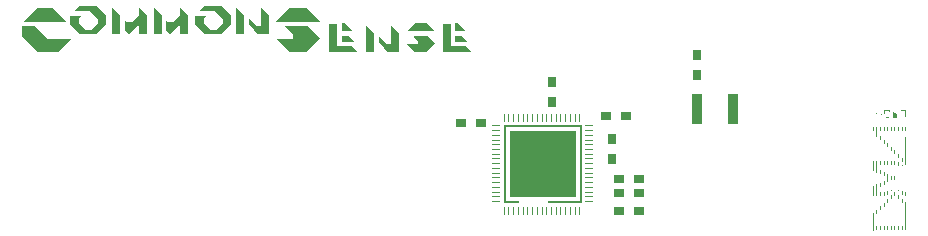
<source format=gbr>
G04 DipTrace 3.0.0.2*
G04 TopPaste.gbr*
%MOIN*%
G04 #@! TF.FileFunction,Paste,Top*
G04 #@! TF.Part,Single*
%AMOUTLINE2*
4,1,15,
-0.079063,-0.126,
-0.079937,-0.129937,
-0.079937,-0.128843,
-0.128843,-0.128843,
-0.128843,0.128843,
0.128843,0.128843,
0.128843,-0.128843,
0.015937,-0.128843,
0.015937,-0.124136,
0.124136,-0.124136,
0.124136,0.124136,
-0.124136,0.124136,
-0.124136,-0.124136,
-0.079937,-0.124136,
-0.079937,-0.122063,
-0.079063,-0.126,
0*%
%AMOUTLINE5*
4,1,4,
0.069373,-0.021707,
-0.069373,-0.021707,
-0.025957,0.021707,
0.025957,0.021707,
0.069373,-0.021707,
0*%
%AMOUTLINE8*
4,1,7,
-0.085145,0.042517,
-0.042568,0.042517,
-0.001473,0.001423,
0.079672,0.001423,
0.035733,-0.042517,
-0.035522,-0.042517,
-0.085236,0.007196,
-0.085145,0.042517,
0*%
%AMOUTLINE11*
4,1,17,
0.008859,-0.034836,
0.032315,-0.011147,
0.032315,0.003941,
0.007798,0.028533,
-0.046152,0.028471,
-0.02716,0.047562,
0.026817,0.047562,
0.058713,0.015665,
0.058902,-0.015258,
0.026402,-0.047562,
-0.0264,-0.047562,
-0.058912,-0.01518,
-0.058912,0.013365,
-0.022033,0.013313,
-0.031403,0.003943,
-0.031403,-0.011156,
-0.0078,-0.034837,
0.008859,-0.034836,
0*%
%AMOUTLINE14*
4,1,4,
-0.01379,0.041994,
0.01379,0.014414,
0.01379,-0.047562,
-0.01379,-0.047562,
-0.01379,0.041994,
0*%
%AMOUTLINE17*
4,1,12,
0.010383,0.041994,
0.037963,0.014414,
0.037963,-0.047562,
0.010383,-0.047562,
0.010383,-0.015981,
-0.021113,-0.047562,
-0.023528,-0.047562,
-0.037963,-0.033187,
-0.037963,0.0009,
-0.030076,-0.007028,
-0.012795,-0.006941,
0.010383,0.016237,
0.010383,0.041994,
0*%
%AMOUTLINE20*
4,1,12,
0.010383,0.041994,
0.037963,0.014414,
0.037963,-0.047562,
0.010383,-0.047562,
0.010383,-0.015981,
-0.021112,-0.047562,
-0.023528,-0.047562,
-0.037963,-0.033187,
-0.037963,0.0009,
-0.030076,-0.007028,
-0.012794,-0.006941,
0.010383,0.016237,
0.010383,0.041994,
0*%
%AMOUTLINE23*
4,1,17,
0.00886,-0.034836,
0.032315,-0.011147,
0.032315,0.003941,
0.007799,0.028533,
-0.046152,0.028471,
-0.02716,0.047562,
0.026817,0.047562,
0.058713,0.015665,
0.058902,-0.015258,
0.026402,-0.047562,
-0.0264,-0.047562,
-0.058912,-0.01518,
-0.058912,0.013365,
-0.022032,0.013313,
-0.031402,0.003943,
-0.031402,-0.011156,
-0.0078,-0.034837,
0.00886,-0.034836,
0*%
%AMOUTLINE26*
4,1,4,
-0.01379,0.042007,
0.01379,0.014482,
0.01379,-0.047562,
-0.01379,-0.047562,
-0.01379,0.042007,
0*%
%AMOUTLINE29*
4,1,8,
-0.034671,0.007815,
-0.005972,-0.020823,
0.00702,-0.020823,
0.00702,0.042021,
0.034671,0.01448,
0.034671,-0.047562,
-0.002431,-0.047562,
-0.034671,-0.015257,
-0.034671,0.007815,
0*%
%AMOUTLINE32*
4,1,4,
0.0733,-0.021707,
-0.073314,-0.021707,
-0.029899,0.021707,
0.029797,0.021707,
0.0733,-0.021707,
0*%
%AMOUTLINE35*
4,1,9,
0.075383,0.001494,
0.031371,-0.042518,
-0.026006,-0.042518,
-0.069873,0.001528,
-0.012774,0.001528,
-0.01313,0.015218,
-0.040071,0.042422,
0.036831,0.042516,
0.075341,0.003709,
0.075383,0.001494,
0*%
%AMOUTLINE38*
4,1,6,
-0.051206,0.047562,
-0.023626,0.047562,
-0.023626,-0.02832,
0.026329,-0.02832,
0.045621,-0.047562,
-0.051206,-0.047562,
-0.051206,0.047562,
0*%
%AMOUTLINE41*
4,1,4,
-0.023459,0.009726,
-0.001762,0.009726,
0.01784,-0.009726,
-0.023459,-0.009726,
-0.023459,0.009726,
0*%
%AMOUTLINE44*
4,1,4,
-0.020201,0.013159,
-0.011753,0.013159,
0.014619,-0.013159,
-0.020201,-0.013159,
-0.020201,0.013159,
0*%
%AMOUTLINE48*
4,1,4,
0.045694,-0.013159,
-0.045708,-0.013159,
-0.019389,0.013159,
0.019322,0.013159,
0.045694,-0.013159,
0*%
%AMOUTLINE51*
4,1,9,
0.048931,0.001529,
0.020371,-0.027033,
-0.016792,-0.027033,
-0.043423,-0.000294,
-0.007167,-0.000294,
-0.007459,0.010701,
-0.023575,0.026973,
0.024005,0.027031,
0.048923,0.001919,
0.048931,0.001529,
0*%
%AMOUTLINE55*
4,1,6,
0.008063,0.011063,
-0.008063,0.011063,
-0.008063,0.012937,
0.009937,0.012937,
0.009937,-0.011063,
0.008063,-0.011063,
0.008063,0.011063,
0*%
%AMOUTLINE58*
4,1,4,
0.006937,-0.000937,
0.006937,-0.012937,
-0.006937,-0.012937,
-0.006937,0.006937,
0.006937,-0.000937,
0*%
%AMOUTLINE61*
4,1,14,
0.008063,0.011063,
-0.008063,0.011063,
-0.008063,0.000937,
-0.002063,0.000937,
-0.002063,-0.011063,
0.008063,-0.011063,
0.008063,-0.012937,
-0.003937,-0.012937,
-0.003937,-0.000937,
-0.009937,-0.000937,
-0.009937,0.012937,
0.009937,0.012937,
0.009937,0.006937,
0.008063,0.006937,
0.008063,0.011063,
0*%
%AMOUTLINE64*
4,1,6,
-0.005063,0.006505,
-0.005063,0.000937,
0.012505,0.000937,
0.005063,-0.006505,
0.005063,-0.000937,
-0.012505,-0.000937,
-0.005063,0.006505,
0*%
%ADD50R,-0.001874X-0.001874*%
%ADD52R,-0.001874X0.010126*%
%ADD54R,-0.001874X0.028126*%
%ADD56R,-0.001874X0.034126*%
%ADD58R,-0.001874X0.040126*%
%ADD60R,-0.001874X0.058126*%
%ADD62R,-0.001874X0.016126*%
%ADD64R,-0.001874X0.094126*%
%ADD68R,0.037402X0.098425*%
%ADD70R,0.035433X0.031496*%
%ADD72R,0.031496X0.035433*%
%ADD74R,0.220472X0.220472*%
%ADD76R,0.025591X0.0*%
%ADD78R,0.0X0.025591*%
%ADD86OUTLINE2*%
%ADD89OUTLINE5*%
%ADD92OUTLINE8*%
%ADD95OUTLINE11*%
%ADD98OUTLINE14*%
%ADD101OUTLINE17*%
%ADD104OUTLINE20*%
%ADD107OUTLINE23*%
%ADD110OUTLINE26*%
%ADD113OUTLINE29*%
%ADD116OUTLINE32*%
%ADD119OUTLINE35*%
%ADD122OUTLINE38*%
%ADD125OUTLINE41*%
%ADD128OUTLINE44*%
%ADD132OUTLINE48*%
%ADD135OUTLINE51*%
%ADD139OUTLINE55*%
%ADD142OUTLINE58*%
%ADD145OUTLINE61*%
%ADD148OUTLINE64*%
%FSLAX26Y26*%
G04*
G70*
G90*
G75*
G01*
G04 TopPaste*
%LPD*%
D78*
X2407701Y665701D3*
X2423449D3*
X2439197D3*
X2454945D3*
X2470693D3*
X2486441D3*
X2502189D3*
X2517937D3*
X2533685D3*
X2549433D3*
X2565181D3*
X2580929D3*
X2596677D3*
X2612425D3*
X2628173D3*
X2643921D3*
X2659670D3*
D76*
X2689197Y695229D3*
Y710977D3*
Y726725D3*
Y742473D3*
Y758221D3*
Y773969D3*
Y789717D3*
Y805465D3*
Y821213D3*
Y836961D3*
Y852709D3*
Y868457D3*
Y884205D3*
Y899953D3*
Y915701D3*
Y931449D3*
Y947197D3*
D78*
X2659670Y976725D3*
X2643921D3*
X2628173D3*
X2612425D3*
X2596677D3*
X2580929D3*
X2565181D3*
X2549433D3*
X2533685D3*
X2517937D3*
X2502189D3*
X2486441D3*
X2470693D3*
X2454945D3*
X2439197D3*
X2423449D3*
X2407701D3*
D76*
X2378173Y947197D3*
Y931449D3*
Y915701D3*
Y899953D3*
Y884205D3*
Y868457D3*
Y852709D3*
Y836961D3*
Y821213D3*
Y805465D3*
Y789717D3*
Y773969D3*
Y758221D3*
Y742473D3*
Y726725D3*
Y710977D3*
Y695229D3*
D74*
X2533685Y821213D3*
D86*
D3*
D72*
X2565701Y1096701D3*
Y1029772D3*
X2764701Y905701D3*
Y838772D3*
D70*
X2854166Y726701D3*
X2787236D3*
X2854166Y772701D3*
X2787236D3*
X2260685Y958213D3*
X2327614D3*
X2745701Y980701D3*
X2812630D3*
D72*
X3048701Y1185701D3*
Y1118772D3*
D68*
X3049701Y1004701D3*
X3167811D3*
D70*
X2787236Y664701D3*
X2854166D3*
D89*
X873701Y1319701D3*
D92*
X884210Y1237302D3*
D95*
X1019651Y1303253D3*
D98*
X1112700Y1303255D3*
D101*
X1178423D3*
D98*
X1250592D3*
D104*
X1316314D3*
D107*
X1433605Y1303253D3*
D110*
X1526655Y1303255D3*
D113*
X1589084D3*
D116*
X1717822Y1320109D3*
D119*
X1714353Y1237713D3*
D122*
X1873147Y1243066D3*
D125*
X1886952Y1239843D3*
D128*
X1883693Y1277469D3*
D110*
X1958769Y1243066D3*
D113*
X2021200D3*
D132*
X2128261Y1277469D3*
D135*
X2125949Y1222537D3*
D122*
X2252068Y1243066D3*
D125*
X2265873Y1239843D3*
D128*
X2262614Y1277469D3*
D64*
X3745701Y647701D3*
D62*
X3733701Y608701D3*
X3697701D3*
X3685701D3*
X3721701D3*
X3709701D3*
X3673701D3*
X3661701D3*
Y674701D3*
X3673701Y686701D3*
X3649701Y608701D3*
D60*
X3637701Y629701D3*
D62*
X3685701Y698701D3*
X3697701Y710701D3*
X3709701Y722701D3*
X3721701Y710701D3*
X3733701Y698701D3*
X3745701Y722701D3*
X3673701D3*
X3661701D3*
D58*
X3649701Y734701D3*
D56*
X3637701Y731701D3*
D62*
X3661701Y752701D3*
X3673701Y758701D3*
D54*
X3685701Y773701D3*
D62*
X3673701Y824701D3*
X3661701D3*
D56*
X3637701Y815701D3*
D58*
X3649701Y812701D3*
D62*
X3697701Y773701D3*
X3673701Y788701D3*
X3661701Y794701D3*
D52*
X3709701Y773701D3*
D62*
X3721701Y848701D3*
X3709701Y860701D3*
X3697701Y872701D3*
X3685701Y884701D3*
D64*
X3745701Y863701D3*
D62*
X3733701Y836701D3*
X3745701Y938701D3*
X3733701D3*
X3697701D3*
X3685701D3*
X3721701D3*
X3709701D3*
X3673701D3*
X3661701D3*
X3685701Y824701D3*
X3637701Y938701D3*
X3661701Y908701D3*
X3673701Y896701D3*
D56*
X3649701Y929701D3*
D62*
X3697701Y824701D3*
X3709701D3*
D52*
X3721701Y821701D3*
D50*
X3733701Y815701D3*
D62*
X3649701Y662701D3*
D50*
X3721701Y731701D3*
D52*
X3733701Y725701D3*
X3685701D3*
D50*
X3697701Y731701D3*
D139*
X3736701Y989701D3*
D142*
X3709701D3*
D145*
X3682701D3*
D148*
X3655701D3*
M02*

</source>
